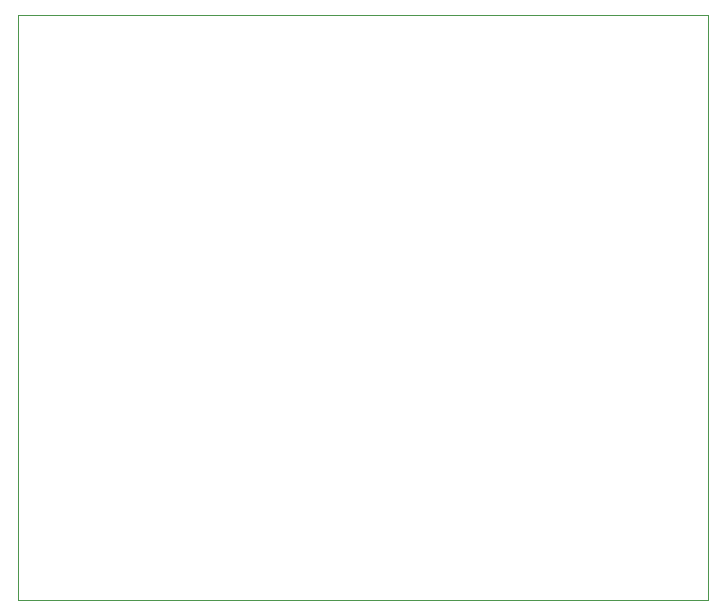
<source format=gbr>
%TF.GenerationSoftware,KiCad,Pcbnew,5.1.9*%
%TF.CreationDate,2021-02-27T11:03:33+05:30*%
%TF.ProjectId,charger,63686172-6765-4722-9e6b-696361645f70,rev?*%
%TF.SameCoordinates,Original*%
%TF.FileFunction,Profile,NP*%
%FSLAX46Y46*%
G04 Gerber Fmt 4.6, Leading zero omitted, Abs format (unit mm)*
G04 Created by KiCad (PCBNEW 5.1.9) date 2021-02-27 11:03:33*
%MOMM*%
%LPD*%
G01*
G04 APERTURE LIST*
%TA.AperFunction,Profile*%
%ADD10C,0.050000*%
%TD*%
G04 APERTURE END LIST*
D10*
X173990000Y-57150000D02*
X115570000Y-57150000D01*
X173990000Y-106680000D02*
X173990000Y-57150000D01*
X115570000Y-106680000D02*
X173990000Y-106680000D01*
X115570000Y-57150000D02*
X115570000Y-106680000D01*
M02*

</source>
